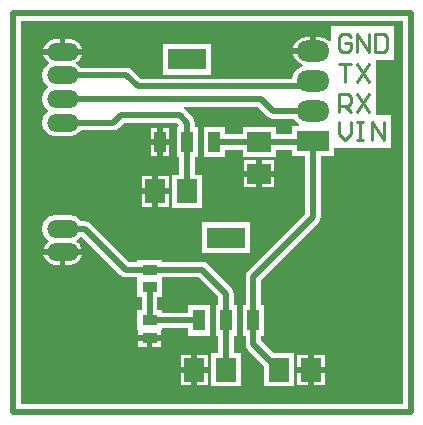
<source format=gtl>
G04 Layer_Physical_Order=1*
G04 Layer_Color=255*
%FSLAX43Y43*%
%MOMM*%
G71*
G01*
G75*
%ADD10R,3.300X1.800*%
%ADD11R,1.000X1.800*%
%ADD12R,1.700X2.000*%
%ADD13R,1.300X0.900*%
%ADD14R,2.000X1.700*%
%ADD15C,0.500*%
%ADD16C,0.254*%
%ADD17O,2.700X1.500*%
%ADD18O,2.800X1.800*%
%ADD19R,2.800X1.800*%
G36*
X133703Y62766D02*
X101374D01*
Y95222D01*
X133703D01*
Y62766D01*
D02*
G37*
%LPC*%
G36*
X132987Y94761D02*
X127616D01*
Y93537D01*
X127494Y93500D01*
X127476Y93527D01*
X127079Y93792D01*
X126611Y93886D01*
X126361D01*
Y92662D01*
X126111D01*
Y92412D01*
X124437D01*
X124481Y92194D01*
X124746Y91797D01*
X125143Y91532D01*
X125269Y91506D01*
Y91379D01*
X125104Y91347D01*
X124674Y91059D01*
X124386Y90629D01*
X124326Y90325D01*
X111527D01*
X110785Y91067D01*
X110570Y91210D01*
X110316Y91261D01*
X106442D01*
X106331Y91427D01*
X106080Y91595D01*
Y91722D01*
X106259Y91841D01*
X106491Y92188D01*
X106523Y92348D01*
X104902D01*
X103281D01*
X103313Y92188D01*
X103545Y91841D01*
X103724Y91722D01*
Y91595D01*
X103473Y91427D01*
X103219Y91047D01*
X103129Y90598D01*
X103219Y90149D01*
X103473Y89769D01*
X103634Y89661D01*
Y89535D01*
X103473Y89427D01*
X103219Y89047D01*
X103129Y88598D01*
X103219Y88149D01*
X103473Y87769D01*
X103634Y87661D01*
Y87535D01*
X103473Y87427D01*
X103219Y87047D01*
X103129Y86598D01*
X103219Y86149D01*
X103473Y85769D01*
X103853Y85515D01*
X104302Y85425D01*
X105502D01*
X105951Y85515D01*
X106331Y85769D01*
X106442Y85935D01*
X109204D01*
X109458Y85986D01*
X109673Y86129D01*
X110130Y86586D01*
X114533D01*
X114730Y86390D01*
X114677Y86263D01*
X114557D01*
Y83663D01*
X114794D01*
Y82172D01*
X114207D01*
Y79372D01*
X116707D01*
Y82172D01*
X116120D01*
Y83663D01*
X116357D01*
Y86263D01*
X116120D01*
Y86600D01*
X116069Y86854D01*
X115926Y87069D01*
X115277Y87718D01*
X115141Y87808D01*
X115179Y87935D01*
X121439D01*
X122261Y87113D01*
X122476Y86970D01*
X122730Y86919D01*
X124490D01*
X124674Y86645D01*
X124937Y86469D01*
X124898Y86342D01*
X124311D01*
Y85626D01*
X122939D01*
Y86213D01*
X120139D01*
Y85626D01*
X118657D01*
Y86263D01*
X116857D01*
Y83663D01*
X118657D01*
Y84300D01*
X120139D01*
Y83713D01*
X122939D01*
Y84300D01*
X124311D01*
Y83742D01*
X125448D01*
Y78888D01*
X120590Y74030D01*
X120447Y73815D01*
X120396Y73561D01*
Y71150D01*
X120159D01*
Y68550D01*
X120396D01*
Y67837D01*
X120447Y67583D01*
X120590Y67368D01*
X121987Y65972D01*
Y64259D01*
X124487D01*
Y67059D01*
X122774D01*
X121722Y68112D01*
Y68550D01*
X121959D01*
Y71150D01*
X121722D01*
Y73286D01*
X126580Y78144D01*
X126723Y78359D01*
X126774Y78613D01*
Y83742D01*
X127911D01*
Y84436D01*
X132733D01*
Y87268D01*
X131463D01*
Y89389D01*
Y91929D01*
X132987D01*
Y94761D01*
D02*
G37*
G36*
X125861Y93886D02*
X125611D01*
X125143Y93792D01*
X124746Y93527D01*
X124481Y93130D01*
X124437Y92912D01*
X125861D01*
Y93886D01*
D02*
G37*
G36*
X105502Y93669D02*
X105152D01*
Y92848D01*
X106523D01*
X106491Y93008D01*
X106259Y93355D01*
X105912Y93587D01*
X105502Y93669D01*
D02*
G37*
G36*
X104652D02*
X104302D01*
X103892Y93587D01*
X103545Y93355D01*
X103313Y93008D01*
X103281Y92848D01*
X104652D01*
Y93669D01*
D02*
G37*
G36*
X117507Y93263D02*
X113407D01*
Y90663D01*
X117507D01*
Y93263D01*
D02*
G37*
G36*
X113957Y86163D02*
X113407D01*
Y85213D01*
X113957D01*
Y86163D01*
D02*
G37*
G36*
X112907D02*
X112357D01*
Y85213D01*
X112907D01*
Y86163D01*
D02*
G37*
G36*
X113957Y84713D02*
X113407D01*
Y83763D01*
X113957D01*
Y84713D01*
D02*
G37*
G36*
X112907D02*
X112357D01*
Y83763D01*
X112907D01*
Y84713D01*
D02*
G37*
G36*
X122839Y83413D02*
X121789D01*
Y82513D01*
X122839D01*
Y83413D01*
D02*
G37*
G36*
X121289D02*
X120239D01*
Y82513D01*
X121289D01*
Y83413D01*
D02*
G37*
G36*
X122839Y82013D02*
X121789D01*
Y81113D01*
X122839D01*
Y82013D01*
D02*
G37*
G36*
X121289D02*
X120239D01*
Y81113D01*
X121289D01*
Y82013D01*
D02*
G37*
G36*
X113907Y82072D02*
X113007D01*
Y81022D01*
X113907D01*
Y82072D01*
D02*
G37*
G36*
X112507D02*
X111607D01*
Y81022D01*
X112507D01*
Y82072D01*
D02*
G37*
G36*
X113907Y80522D02*
X113007D01*
Y79472D01*
X113907D01*
Y80522D01*
D02*
G37*
G36*
X112507D02*
X111607D01*
Y79472D01*
X112507D01*
Y80522D01*
D02*
G37*
G36*
X120809Y78150D02*
X116709D01*
Y75550D01*
X120809D01*
Y78150D01*
D02*
G37*
G36*
X106523Y75362D02*
X105152D01*
Y74541D01*
X105502D01*
X105912Y74623D01*
X106259Y74855D01*
X106491Y75202D01*
X106523Y75362D01*
D02*
G37*
G36*
X104652D02*
X103281D01*
X103313Y75202D01*
X103545Y74855D01*
X103892Y74623D01*
X104302Y74541D01*
X104652D01*
Y75362D01*
D02*
G37*
G36*
X113218Y68100D02*
X112518D01*
Y67600D01*
X113218D01*
Y68100D01*
D02*
G37*
G36*
X112018D02*
X111318D01*
Y67600D01*
X112018D01*
Y68100D01*
D02*
G37*
G36*
X127087Y66959D02*
X126187D01*
Y65909D01*
X127087D01*
Y66959D01*
D02*
G37*
G36*
X125687D02*
X124787D01*
Y65909D01*
X125687D01*
Y66959D01*
D02*
G37*
G36*
X117209D02*
X116309D01*
Y65909D01*
X117209D01*
Y66959D01*
D02*
G37*
G36*
X115809D02*
X114909D01*
Y65909D01*
X115809D01*
Y66959D01*
D02*
G37*
G36*
X127087Y65409D02*
X126187D01*
Y64359D01*
X127087D01*
Y65409D01*
D02*
G37*
G36*
X125687D02*
X124787D01*
Y64359D01*
X125687D01*
Y65409D01*
D02*
G37*
G36*
X117209Y65409D02*
X116309D01*
Y64359D01*
X117209D01*
Y65409D01*
D02*
G37*
G36*
X115809D02*
X114909D01*
Y64359D01*
X115809D01*
Y65409D01*
D02*
G37*
G36*
X105502Y78785D02*
X104302D01*
X103853Y78695D01*
X103473Y78441D01*
X103219Y78061D01*
X103129Y77612D01*
X103219Y77163D01*
X103473Y76783D01*
X103724Y76615D01*
Y76488D01*
X103545Y76369D01*
X103313Y76022D01*
X103281Y75862D01*
X104902D01*
X106523D01*
X106491Y76022D01*
X106259Y76369D01*
X106080Y76488D01*
Y76615D01*
X106331Y76783D01*
X106410Y76901D01*
X106555Y76912D01*
X109779Y73687D01*
X109994Y73544D01*
X110248Y73493D01*
X111218D01*
Y71806D01*
X111605D01*
Y70700D01*
X111218D01*
Y69000D01*
X111318D01*
Y68600D01*
X112268D01*
X113218D01*
Y69000D01*
X113318D01*
Y69187D01*
X115559D01*
Y68550D01*
X117359D01*
Y71150D01*
X115559D01*
Y70513D01*
X113318D01*
Y70700D01*
X112931D01*
Y71806D01*
X113318D01*
Y73493D01*
X116450D01*
X118096Y71847D01*
Y71150D01*
X117859D01*
Y68550D01*
X118096D01*
Y67059D01*
X117509D01*
Y64259D01*
X120009D01*
Y67059D01*
X119422D01*
Y68550D01*
X119659D01*
Y71150D01*
X119422D01*
Y72122D01*
X119371Y72376D01*
X119228Y72591D01*
X117194Y74625D01*
X116979Y74768D01*
X116725Y74819D01*
X113318D01*
Y75006D01*
X111218D01*
Y74819D01*
X110523D01*
X107261Y78081D01*
X107046Y78224D01*
X106792Y78275D01*
X106442D01*
X106331Y78441D01*
X105951Y78695D01*
X105502Y78785D01*
D02*
G37*
%LPD*%
D10*
X115457Y91963D02*
D03*
X118759Y76850D02*
D03*
D11*
X113157Y84963D02*
D03*
X117757D02*
D03*
X115457D02*
D03*
X118759Y69850D02*
D03*
X121059D02*
D03*
X116459D02*
D03*
D12*
X115457Y80772D02*
D03*
X112757D02*
D03*
X125937Y65659D02*
D03*
X123237D02*
D03*
X116059D02*
D03*
X118759D02*
D03*
D13*
X112268Y69850D02*
D03*
Y68350D02*
D03*
Y74156D02*
D03*
Y72656D02*
D03*
D14*
X121539Y84963D02*
D03*
Y82263D02*
D03*
D15*
X100711Y62103D02*
Y95885D01*
X117757Y84963D02*
X126032D01*
X126111Y78613D02*
Y85042D01*
X121059Y73561D02*
X126111Y78613D01*
X121059Y69850D02*
Y73561D01*
Y67837D02*
Y69850D01*
Y67837D02*
X123237Y65659D01*
X118759D02*
Y69850D01*
X112268Y69850D02*
Y72656D01*
Y69850D02*
X116459D01*
X118759D02*
Y72122D01*
X116725Y74156D02*
X118759Y72122D01*
X106792Y77612D02*
X110248Y74156D01*
X104902Y77612D02*
X106792D01*
X110248Y74156D02*
X112268D01*
X116725D01*
X104902Y88598D02*
X121714D01*
X122730Y87582D01*
X126111D01*
X104902Y90598D02*
X110316D01*
X111252Y89662D01*
X125651D01*
X126111Y90122D01*
X104902Y86598D02*
X109204D01*
X109855Y87249D01*
X114808D01*
X115457Y86600D01*
Y80772D02*
Y86600D01*
X100711Y62103D02*
X134366D01*
Y95885D01*
X100711D02*
X134366D01*
D16*
X128270Y86614D02*
Y85598D01*
X128778Y85090D01*
X129286Y85598D01*
Y86614D01*
X129794D02*
X130301D01*
X130047D01*
Y85090D01*
X129794D01*
X130301D01*
X131063D02*
Y86614D01*
X132079Y85090D01*
Y86614D01*
X129286Y93853D02*
X129032Y94107D01*
X128524D01*
X128270Y93853D01*
Y92837D01*
X128524Y92583D01*
X129032D01*
X129286Y92837D01*
Y93345D01*
X128778D01*
X129794Y92583D02*
Y94107D01*
X130809Y92583D01*
Y94107D01*
X131317D02*
Y92583D01*
X132079D01*
X132333Y92837D01*
Y93853D01*
X132079Y94107D01*
X131317D01*
X128270Y87503D02*
Y89027D01*
X129032D01*
X129286Y88773D01*
Y88265D01*
X129032Y88011D01*
X128270D01*
X128778D02*
X129286Y87503D01*
X129794Y89027D02*
X130809Y87503D01*
Y89027D02*
X129794Y87503D01*
X128270Y91567D02*
X129286D01*
X128778D01*
Y90043D01*
X129794Y91567D02*
X130809Y90043D01*
Y91567D02*
X129794Y90043D01*
D17*
X104902Y77612D02*
D03*
Y75612D02*
D03*
Y86598D02*
D03*
Y92598D02*
D03*
Y90598D02*
D03*
Y88598D02*
D03*
D18*
X126111Y92662D02*
D03*
Y90122D02*
D03*
Y87582D02*
D03*
D19*
Y85042D02*
D03*
M02*

</source>
